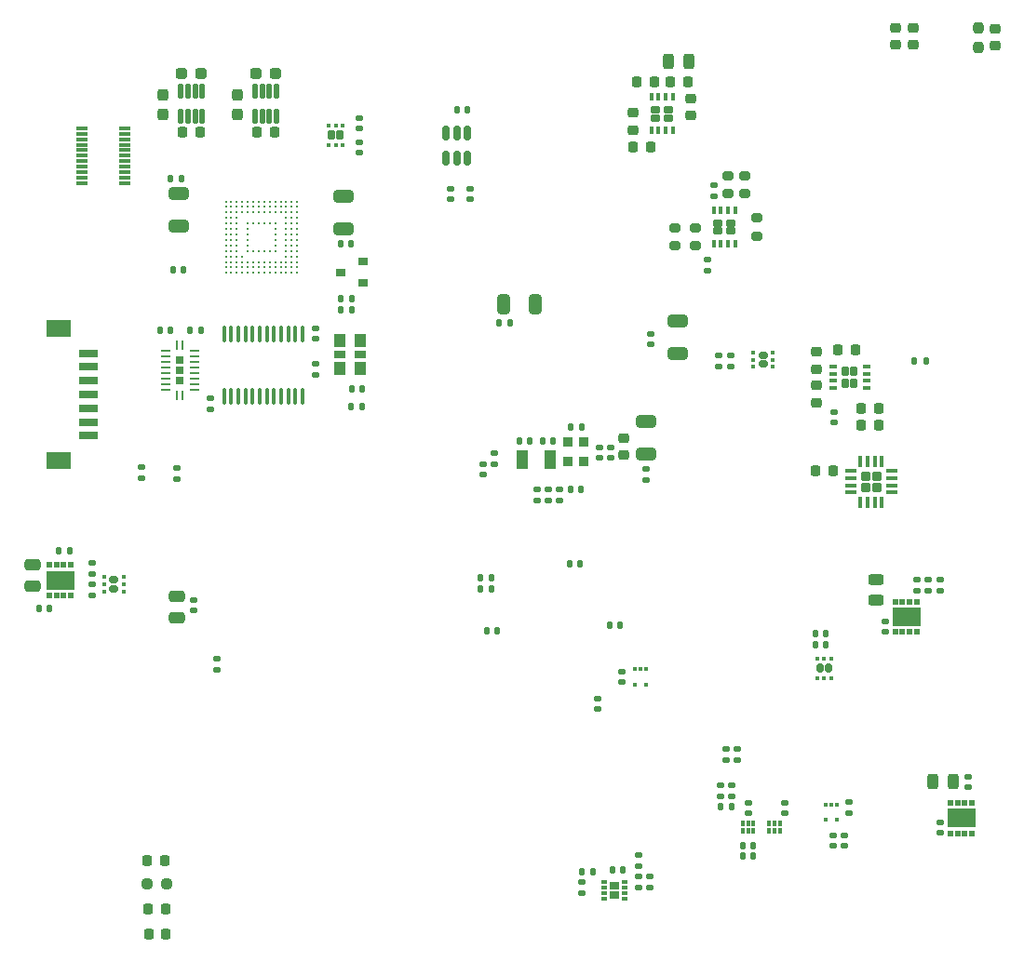
<source format=gbp>
G04 #@! TF.GenerationSoftware,KiCad,Pcbnew,7.0.0-da2b9df05c~171~ubuntu22.04.1*
G04 #@! TF.CreationDate,2023-04-06T22:28:54+03:00*
G04 #@! TF.ProjectId,satnogs-comms,7361746e-6f67-4732-9d63-6f6d6d732e6b,rev?*
G04 #@! TF.SameCoordinates,Original*
G04 #@! TF.FileFunction,Paste,Bot*
G04 #@! TF.FilePolarity,Positive*
%FSLAX46Y46*%
G04 Gerber Fmt 4.6, Leading zero omitted, Abs format (unit mm)*
G04 Created by KiCad (PCBNEW 7.0.0-da2b9df05c~171~ubuntu22.04.1) date 2023-04-06 22:28:54*
%MOMM*%
%LPD*%
G01*
G04 APERTURE LIST*
G04 Aperture macros list*
%AMRoundRect*
0 Rectangle with rounded corners*
0 $1 Rounding radius*
0 $2 $3 $4 $5 $6 $7 $8 $9 X,Y pos of 4 corners*
0 Add a 4 corners polygon primitive as box body*
4,1,4,$2,$3,$4,$5,$6,$7,$8,$9,$2,$3,0*
0 Add four circle primitives for the rounded corners*
1,1,$1+$1,$2,$3*
1,1,$1+$1,$4,$5*
1,1,$1+$1,$6,$7*
1,1,$1+$1,$8,$9*
0 Add four rect primitives between the rounded corners*
20,1,$1+$1,$2,$3,$4,$5,0*
20,1,$1+$1,$4,$5,$6,$7,0*
20,1,$1+$1,$6,$7,$8,$9,0*
20,1,$1+$1,$8,$9,$2,$3,0*%
%AMOutline4P*
0 Free polygon, 4 corners , with rotation*
0 The origin of the aperture is its center*
0 number of corners: always 4*
0 $1 to $8 corner X, Y*
0 $9 Rotation angle, in degrees counterclockwise*
0 create outline with 4 corners*
4,1,4,$1,$2,$3,$4,$5,$6,$7,$8,$1,$2,$9*%
G04 Aperture macros list end*
%ADD10RoundRect,0.147500X0.172500X-0.147500X0.172500X0.147500X-0.172500X0.147500X-0.172500X-0.147500X0*%
%ADD11RoundRect,0.147500X-0.147500X-0.172500X0.147500X-0.172500X0.147500X0.172500X-0.147500X0.172500X0*%
%ADD12RoundRect,0.212500X-0.212500X-0.212500X0.212500X-0.212500X0.212500X0.212500X-0.212500X0.212500X0*%
%ADD13RoundRect,0.087500X-0.425000X-0.087500X0.425000X-0.087500X0.425000X0.087500X-0.425000X0.087500X0*%
%ADD14RoundRect,0.087500X-0.087500X-0.425000X0.087500X-0.425000X0.087500X0.425000X-0.087500X0.425000X0*%
%ADD15RoundRect,0.218750X-0.218750X-0.256250X0.218750X-0.256250X0.218750X0.256250X-0.218750X0.256250X0*%
%ADD16RoundRect,0.237500X0.287500X0.237500X-0.287500X0.237500X-0.287500X-0.237500X0.287500X-0.237500X0*%
%ADD17RoundRect,0.237500X0.237500X-0.287500X0.237500X0.287500X-0.237500X0.287500X-0.237500X-0.287500X0*%
%ADD18C,0.240000*%
%ADD19RoundRect,0.218750X0.256250X-0.218750X0.256250X0.218750X-0.256250X0.218750X-0.256250X-0.218750X0*%
%ADD20RoundRect,0.218750X0.218750X0.256250X-0.218750X0.256250X-0.218750X-0.256250X0.218750X-0.256250X0*%
%ADD21RoundRect,0.150000X-0.315000X0.150000X-0.315000X-0.150000X0.315000X-0.150000X0.315000X0.150000X0*%
%ADD22RoundRect,0.075000X-0.075000X0.275000X-0.075000X-0.275000X0.075000X-0.275000X0.075000X0.275000X0*%
%ADD23RoundRect,0.147500X0.147500X0.172500X-0.147500X0.172500X-0.147500X-0.172500X0.147500X-0.172500X0*%
%ADD24RoundRect,0.250000X-0.650000X0.325000X-0.650000X-0.325000X0.650000X-0.325000X0.650000X0.325000X0*%
%ADD25RoundRect,0.147500X-0.172500X0.147500X-0.172500X-0.147500X0.172500X-0.147500X0.172500X0.147500X0*%
%ADD26RoundRect,0.250000X0.325000X0.650000X-0.325000X0.650000X-0.325000X-0.650000X0.325000X-0.650000X0*%
%ADD27RoundRect,0.218750X-0.256250X0.218750X-0.256250X-0.218750X0.256250X-0.218750X0.256250X0.218750X0*%
%ADD28R,1.000000X1.800000*%
%ADD29RoundRect,0.250000X0.650000X-0.325000X0.650000X0.325000X-0.650000X0.325000X-0.650000X-0.325000X0*%
%ADD30R,0.470000X0.560000*%
%ADD31R,2.520000X1.700000*%
%ADD32RoundRect,0.243750X0.243750X0.456250X-0.243750X0.456250X-0.243750X-0.456250X0.243750X-0.456250X0*%
%ADD33RoundRect,0.140000X0.140000X0.170000X-0.140000X0.170000X-0.140000X-0.170000X0.140000X-0.170000X0*%
%ADD34RoundRect,0.135000X-0.135000X-0.185000X0.135000X-0.185000X0.135000X0.185000X-0.135000X0.185000X0*%
%ADD35RoundRect,0.135000X-0.185000X0.135000X-0.185000X-0.135000X0.185000X-0.135000X0.185000X0.135000X0*%
%ADD36RoundRect,0.160000X0.245000X0.160000X-0.245000X0.160000X-0.245000X-0.160000X0.245000X-0.160000X0*%
%ADD37RoundRect,0.093750X0.093750X0.106250X-0.093750X0.106250X-0.093750X-0.106250X0.093750X-0.106250X0*%
%ADD38RoundRect,0.160000X0.160000X-0.245000X0.160000X0.245000X-0.160000X0.245000X-0.160000X-0.245000X0*%
%ADD39RoundRect,0.093750X0.106250X-0.093750X0.106250X0.093750X-0.106250X0.093750X-0.106250X-0.093750X0*%
%ADD40R,0.300000X0.450000*%
%ADD41RoundRect,0.243750X-0.456250X0.243750X-0.456250X-0.243750X0.456250X-0.243750X0.456250X0.243750X0*%
%ADD42RoundRect,0.135000X0.185000X-0.135000X0.185000X0.135000X-0.185000X0.135000X-0.185000X-0.135000X0*%
%ADD43RoundRect,0.150000X-0.150000X-0.315000X0.150000X-0.315000X0.150000X0.315000X-0.150000X0.315000X0*%
%ADD44RoundRect,0.075000X-0.275000X-0.075000X0.275000X-0.075000X0.275000X0.075000X-0.275000X0.075000X0*%
%ADD45RoundRect,0.140000X0.170000X-0.140000X0.170000X0.140000X-0.170000X0.140000X-0.170000X-0.140000X0*%
%ADD46R,0.300000X0.520000*%
%ADD47R,0.300000X0.490000*%
%ADD48R,0.850000X0.650000*%
%ADD49R,0.500000X0.300000*%
%ADD50RoundRect,0.243750X-0.243750X-0.456250X0.243750X-0.456250X0.243750X0.456250X-0.243750X0.456250X0*%
%ADD51R,1.800000X0.700000*%
%ADD52R,2.200000X1.600000*%
%ADD53R,0.900000X0.800000*%
%ADD54RoundRect,0.135000X0.135000X0.185000X-0.135000X0.185000X-0.135000X-0.185000X0.135000X-0.185000X0*%
%ADD55RoundRect,0.100000X-0.100000X0.637500X-0.100000X-0.637500X0.100000X-0.637500X0.100000X0.637500X0*%
%ADD56RoundRect,0.125000X0.125000X-0.537500X0.125000X0.537500X-0.125000X0.537500X-0.125000X-0.537500X0*%
%ADD57RoundRect,0.250000X-0.475000X0.250000X-0.475000X-0.250000X0.475000X-0.250000X0.475000X0.250000X0*%
%ADD58RoundRect,0.237500X-0.237500X0.250000X-0.237500X-0.250000X0.237500X-0.250000X0.237500X0.250000X0*%
%ADD59RoundRect,0.172500X0.172500X-0.262500X0.172500X0.262500X-0.172500X0.262500X-0.172500X-0.262500X0*%
%ADD60RoundRect,0.237500X-0.250000X-0.237500X0.250000X-0.237500X0.250000X0.237500X-0.250000X0.237500X0*%
%ADD61RoundRect,0.200000X0.275000X-0.200000X0.275000X0.200000X-0.275000X0.200000X-0.275000X-0.200000X0*%
%ADD62RoundRect,0.200000X-0.275000X0.200000X-0.275000X-0.200000X0.275000X-0.200000X0.275000X0.200000X0*%
%ADD63RoundRect,0.225000X-0.225000X-0.250000X0.225000X-0.250000X0.225000X0.250000X-0.225000X0.250000X0*%
%ADD64R,1.000000X0.300000*%
%ADD65RoundRect,0.140000X-0.140000X-0.170000X0.140000X-0.170000X0.140000X0.170000X-0.140000X0.170000X0*%
%ADD66RoundRect,0.225000X-0.250000X0.225000X-0.250000X-0.225000X0.250000X-0.225000X0.250000X0.225000X0*%
%ADD67Outline4P,-0.450000X-0.400000X0.450000X-0.400000X0.450000X0.400000X-0.450000X0.400000X270.000000*%
%ADD68RoundRect,0.140000X-0.170000X0.140000X-0.170000X-0.140000X0.170000X-0.140000X0.170000X0.140000X0*%
%ADD69R,0.800000X0.800000*%
%ADD70R,0.240000X0.900000*%
%ADD71R,0.900000X0.240000*%
%ADD72R,1.000000X1.300000*%
%ADD73R,1.000000X0.700000*%
%ADD74RoundRect,0.150000X-0.150000X0.512500X-0.150000X-0.512500X0.150000X-0.512500X0.150000X0.512500X0*%
G04 APERTURE END LIST*
D10*
X126415800Y-93550600D03*
X126415800Y-92580600D03*
D11*
X133347600Y-95885000D03*
X134317600Y-95885000D03*
D12*
X160154500Y-94655500D03*
X160154500Y-95705500D03*
X161204500Y-94655500D03*
X161204500Y-95705500D03*
D13*
X158817000Y-96155500D03*
X158817000Y-95505500D03*
X158817000Y-94855500D03*
X158817000Y-94205500D03*
D14*
X159704500Y-93318000D03*
X160354500Y-93318000D03*
X161004500Y-93318000D03*
X161654500Y-93318000D03*
D13*
X162542000Y-94205500D03*
X162542000Y-94855500D03*
X162542000Y-95505500D03*
X162542000Y-96155500D03*
D14*
X161654500Y-97043000D03*
X161004500Y-97043000D03*
X160354500Y-97043000D03*
X159704500Y-97043000D03*
D15*
X98064500Y-63387400D03*
X99639500Y-63387400D03*
D16*
X106483500Y-57987400D03*
X104733500Y-57987400D03*
D17*
X103058500Y-61708000D03*
X103058500Y-59958000D03*
D16*
X99727000Y-57987400D03*
X97977000Y-57987400D03*
D17*
X96302000Y-61712400D03*
X96302000Y-59962400D03*
D15*
X104821000Y-63387400D03*
X106396000Y-63387400D03*
D18*
X101988000Y-76163600D03*
X102988000Y-76163600D03*
X103488000Y-76163600D03*
X103988000Y-76163600D03*
X104488000Y-76163600D03*
X104988000Y-76163600D03*
X105488000Y-76163600D03*
X105988000Y-76163600D03*
X106488000Y-76163600D03*
X106988000Y-76163600D03*
X107488000Y-76163600D03*
X107988000Y-76163600D03*
X108488000Y-76163600D03*
X101988000Y-75663600D03*
X102488000Y-75663600D03*
X102488000Y-76163600D03*
X102988000Y-75663600D03*
X103488000Y-75663600D03*
X103988000Y-75663600D03*
X104488000Y-75663600D03*
X104988000Y-75663600D03*
X105488000Y-75663600D03*
X105988000Y-75663600D03*
X106488000Y-75663600D03*
X106988000Y-75663600D03*
X107488000Y-75663600D03*
X107988000Y-75663600D03*
X108488000Y-75663600D03*
X101988000Y-75163600D03*
X102488000Y-75163600D03*
X102988000Y-75163600D03*
X103488000Y-74663600D03*
X103488000Y-75163600D03*
X103988000Y-75163600D03*
X104488000Y-75163600D03*
X104988000Y-75163600D03*
X105488000Y-75163600D03*
X105988000Y-75163600D03*
X106488000Y-75163600D03*
X106988000Y-75163600D03*
X107488000Y-75163600D03*
X107988000Y-75163600D03*
X108488000Y-75163600D03*
X101988000Y-74663600D03*
X102488000Y-74663600D03*
X102988000Y-74663600D03*
X107488000Y-74663600D03*
X107988000Y-74663600D03*
X108488000Y-74663600D03*
X101988000Y-74163600D03*
X102488000Y-74163600D03*
X102988000Y-74163600D03*
X103988000Y-74163600D03*
X104488000Y-74163600D03*
X104988000Y-74163600D03*
X105488000Y-74163600D03*
X105988000Y-74163600D03*
X106488000Y-74163600D03*
X107488000Y-74163600D03*
X107988000Y-74163600D03*
X108488000Y-74163600D03*
X101988000Y-73663600D03*
X102488000Y-73663600D03*
X102988000Y-73663600D03*
X103988000Y-73663600D03*
X106488000Y-73663600D03*
X107488000Y-73663600D03*
X107988000Y-73663600D03*
X108488000Y-73663600D03*
X101988000Y-73163600D03*
X102488000Y-73163600D03*
X102988000Y-73163600D03*
X103988000Y-73163600D03*
X106488000Y-73163600D03*
X107488000Y-73163600D03*
X107988000Y-73163600D03*
X108488000Y-73163600D03*
X101988000Y-72663600D03*
X102488000Y-72663600D03*
X102988000Y-72663600D03*
X103988000Y-72663600D03*
X106488000Y-72663600D03*
X107488000Y-72663600D03*
X107988000Y-72663600D03*
X108488000Y-72663600D03*
X101988000Y-72163600D03*
X102488000Y-72163600D03*
X102988000Y-72163600D03*
X103988000Y-72163600D03*
X106488000Y-72163600D03*
X107488000Y-72163600D03*
X107988000Y-72163600D03*
X108488000Y-72163600D03*
X101988000Y-71663600D03*
X102488000Y-71663600D03*
X102988000Y-71663600D03*
X103988000Y-71663600D03*
X104488000Y-71663600D03*
X104988000Y-71663600D03*
X105488000Y-71663600D03*
X105988000Y-71663600D03*
X106488000Y-71663600D03*
X107488000Y-71663600D03*
X107988000Y-71663600D03*
X108488000Y-71663600D03*
X101988000Y-71163600D03*
X102488000Y-71163600D03*
X102988000Y-71163600D03*
X107488000Y-71163600D03*
X107988000Y-71163600D03*
X108488000Y-71163600D03*
X101988000Y-70663600D03*
X102488000Y-70663600D03*
X102988000Y-70663600D03*
X103488000Y-70663600D03*
X103988000Y-70663600D03*
X104488000Y-70663600D03*
X104988000Y-70663600D03*
X105488000Y-70663600D03*
X105988000Y-70663600D03*
X106488000Y-70663600D03*
X106988000Y-70663600D03*
X107488000Y-70663600D03*
X107988000Y-70663600D03*
X108488000Y-70663600D03*
X101988000Y-70163600D03*
X102488000Y-69663600D03*
X102488000Y-70163600D03*
X102988000Y-70163600D03*
X103488000Y-70163600D03*
X103988000Y-70163600D03*
X104488000Y-70163600D03*
X104988000Y-70163600D03*
X105488000Y-70163600D03*
X105988000Y-70163600D03*
X106488000Y-70163600D03*
X106988000Y-70163600D03*
X107488000Y-70163600D03*
X107988000Y-70163600D03*
X108488000Y-70163600D03*
X101988000Y-69663600D03*
X102988000Y-69663600D03*
X103488000Y-69663600D03*
X103988000Y-69663600D03*
X104488000Y-69663600D03*
X104988000Y-69663600D03*
X105488000Y-69663600D03*
X105988000Y-69663600D03*
X106488000Y-69663600D03*
X106988000Y-69663600D03*
X107488000Y-69663600D03*
X107988000Y-69663600D03*
X108488000Y-69663600D03*
D15*
X139360200Y-58745100D03*
X140935200Y-58745100D03*
D19*
X139039600Y-63144500D03*
X139039600Y-61569500D03*
D20*
X140614500Y-64668400D03*
X139039500Y-64668400D03*
X143983200Y-58745100D03*
X142408200Y-58745100D03*
D21*
X142238700Y-61290100D03*
X141088700Y-61290100D03*
X142238700Y-62040100D03*
X141088700Y-62040100D03*
D22*
X140688700Y-60165100D03*
X141338700Y-60165100D03*
X141988700Y-60165100D03*
X142638700Y-60165100D03*
X142638700Y-63165100D03*
X141988700Y-63165100D03*
X141338700Y-63165100D03*
X140688700Y-63165100D03*
D19*
X144272000Y-61849100D03*
X144272000Y-60274100D03*
D23*
X98168600Y-75858800D03*
X97198600Y-75858800D03*
D11*
X112438600Y-73522000D03*
X113408600Y-73522000D03*
D24*
X97683600Y-68948200D03*
X97683600Y-71898200D03*
D25*
X140639800Y-81684000D03*
X140639800Y-82654000D03*
D11*
X96970000Y-67553000D03*
X97940000Y-67553000D03*
D24*
X112695000Y-69200400D03*
X112695000Y-72150400D03*
D25*
X140208000Y-94003000D03*
X140208000Y-94973000D03*
D10*
X125425200Y-94513400D03*
X125425200Y-93543400D03*
D11*
X126847600Y-80721200D03*
X127817600Y-80721200D03*
D24*
X143078200Y-80567000D03*
X143078200Y-83517000D03*
D26*
X130176800Y-78994000D03*
X127226800Y-78994000D03*
D27*
X138209400Y-91177900D03*
X138209400Y-92752900D03*
D25*
X110185200Y-81176000D03*
X110185200Y-82146000D03*
D28*
X128975799Y-93157999D03*
X131475799Y-93157999D03*
D11*
X133373000Y-90170000D03*
X134343000Y-90170000D03*
D23*
X131777600Y-91458000D03*
X130807600Y-91458000D03*
D10*
X136956800Y-92991800D03*
X136956800Y-92021800D03*
D25*
X135940800Y-92021800D03*
X135940800Y-92991800D03*
D29*
X140208000Y-92610200D03*
X140208000Y-89660200D03*
D25*
X130276600Y-95882600D03*
X130276600Y-96852600D03*
D23*
X129644000Y-91458000D03*
X128674000Y-91458000D03*
D25*
X132308600Y-95882600D03*
X132308600Y-96852600D03*
X131292600Y-95882600D03*
X131292600Y-96852600D03*
D15*
X155625700Y-94208600D03*
X157200700Y-94208600D03*
D30*
X85949599Y-102759999D03*
X86599599Y-102759999D03*
X87249599Y-102759999D03*
X87899599Y-102759999D03*
X87899599Y-105499999D03*
X87249599Y-105499999D03*
X86599599Y-105499999D03*
X85949599Y-105499999D03*
D31*
X86949999Y-104129999D03*
D23*
X85950000Y-106700000D03*
X84980000Y-106700000D03*
D11*
X86807320Y-101488240D03*
X87777320Y-101488240D03*
D32*
X144150600Y-56889900D03*
X142275600Y-56889900D03*
D33*
X138109900Y-130530600D03*
X137149900Y-130530600D03*
D34*
X134402100Y-130619500D03*
X135422100Y-130619500D03*
D35*
X134404100Y-131582700D03*
X134404100Y-132602700D03*
D10*
X157251400Y-128320800D03*
X157251400Y-127350800D03*
X158242000Y-128320800D03*
X158242000Y-127350800D03*
D25*
X89865200Y-102575500D03*
X89865200Y-103545500D03*
D10*
X89865200Y-105475900D03*
X89865200Y-104505900D03*
D36*
X91787800Y-104897400D03*
X91787800Y-104097400D03*
D37*
X92675300Y-103847400D03*
X92675300Y-104497400D03*
X92675300Y-105147400D03*
X90900300Y-105147400D03*
X90900300Y-104497400D03*
X90900300Y-103847400D03*
D10*
X147002500Y-123776600D03*
X147002500Y-122806600D03*
X148513800Y-120474600D03*
X148513800Y-119504600D03*
D11*
X147025500Y-124764800D03*
X147995500Y-124764800D03*
D25*
X148018500Y-122806600D03*
X148018500Y-123776600D03*
D10*
X147497800Y-120474600D03*
X147497800Y-119504600D03*
D38*
X156008700Y-112152700D03*
X156808700Y-112152700D03*
D39*
X157058700Y-113040200D03*
X156408700Y-113040200D03*
X155758700Y-113040200D03*
X155758700Y-111265200D03*
X156408700Y-111265200D03*
X157058700Y-111265200D03*
D11*
X155598000Y-109982000D03*
X156568000Y-109982000D03*
X155598000Y-108991400D03*
X156568000Y-108991400D03*
D30*
X167887199Y-124412399D03*
X168537199Y-124412399D03*
X169187199Y-124412399D03*
X169837199Y-124412399D03*
X169837199Y-127152399D03*
X169187199Y-127152399D03*
X168537199Y-127152399D03*
X167887199Y-127152399D03*
D31*
X168887599Y-125782399D03*
D10*
X166941500Y-127135680D03*
X166941500Y-126165680D03*
X169494200Y-122980380D03*
X169494200Y-122010380D03*
D40*
X139225399Y-112228399D03*
X139725399Y-112228399D03*
X140225399Y-112228399D03*
X140225399Y-113628399D03*
X139225399Y-113628399D03*
D23*
X137873600Y-108204000D03*
X136903600Y-108204000D03*
X134216000Y-102616000D03*
X133246000Y-102616000D03*
D11*
X125168800Y-103911400D03*
X126138800Y-103911400D03*
X125168800Y-104902000D03*
X126138800Y-104902000D03*
X125725200Y-108712000D03*
X126695200Y-108712000D03*
D23*
X149964000Y-128270000D03*
X148994000Y-128270000D03*
D11*
X148994000Y-129260600D03*
X149964000Y-129260600D03*
D10*
X162001200Y-108826300D03*
X162001200Y-107856300D03*
X164846000Y-105082200D03*
X164846000Y-104112200D03*
D41*
X161163000Y-104091500D03*
X161163000Y-105966500D03*
D30*
X162880599Y-106079899D03*
X163530599Y-106079899D03*
X164180599Y-106079899D03*
X164830599Y-106079899D03*
X164830599Y-108819899D03*
X164180599Y-108819899D03*
X163530599Y-108819899D03*
X162880599Y-108819899D03*
D31*
X163880999Y-107449899D03*
D10*
X165900100Y-105082200D03*
X165900100Y-104112200D03*
X166966900Y-105082200D03*
X166966900Y-104112200D03*
X135770000Y-115845000D03*
X135770000Y-114875000D03*
D25*
X138049000Y-112415600D03*
X138049000Y-113385600D03*
D35*
X139573000Y-131087400D03*
X139573000Y-132107400D03*
X139573000Y-129157000D03*
X139573000Y-130177000D03*
D42*
X140563600Y-132107400D03*
X140563600Y-131087400D03*
D36*
X150850000Y-84460000D03*
X150850000Y-83660000D03*
D37*
X151737500Y-83410000D03*
X151737500Y-84060000D03*
X151737500Y-84710000D03*
X149962500Y-84710000D03*
X149962500Y-84060000D03*
X149962500Y-83410000D03*
D10*
X147900000Y-84645000D03*
X147900000Y-83675000D03*
X146850000Y-84645000D03*
X146850000Y-83675000D03*
D19*
X155702000Y-87973000D03*
X155702000Y-86398000D03*
D20*
X161379000Y-88519000D03*
X159804000Y-88519000D03*
D15*
X159804000Y-90043000D03*
X161379000Y-90043000D03*
D27*
X155702000Y-83350000D03*
X155702000Y-84925000D03*
D43*
X158375000Y-85086500D03*
X158375000Y-86236500D03*
X159125000Y-85086500D03*
X159125000Y-86236500D03*
D44*
X157250000Y-86636500D03*
X157250000Y-85986500D03*
X157250000Y-85336500D03*
X157250000Y-84686500D03*
X160250000Y-84686500D03*
X160250000Y-85336500D03*
X160250000Y-85986500D03*
X160250000Y-86636500D03*
D20*
X159227500Y-83143500D03*
X157652500Y-83143500D03*
D25*
X157302200Y-88796000D03*
X157302200Y-89766000D03*
D45*
X149491700Y-125321000D03*
X149491700Y-124361000D03*
X158683200Y-125298200D03*
X158683200Y-124338200D03*
D46*
X152404699Y-126973799D03*
X151904699Y-126973799D03*
X151404699Y-126973799D03*
D47*
X151404699Y-126223799D03*
X151904699Y-126223799D03*
X152404699Y-126223799D03*
D48*
X137325099Y-132796899D03*
X137325099Y-131921899D03*
D49*
X138225099Y-131609399D03*
X138225099Y-132109399D03*
X138225099Y-132609399D03*
X138225099Y-133109399D03*
X136425099Y-133109399D03*
X136425099Y-132609399D03*
X136425099Y-132109399D03*
X136425099Y-131609399D03*
D40*
X156540199Y-124533199D03*
X157040199Y-124533199D03*
X157540199Y-124533199D03*
X157540199Y-125933199D03*
X156540199Y-125933199D03*
D46*
X149991699Y-126973799D03*
X149491699Y-126973799D03*
X148991699Y-126973799D03*
D47*
X148991699Y-126223799D03*
X149491699Y-126223799D03*
X149991699Y-126223799D03*
D45*
X152806400Y-125321000D03*
X152806400Y-124361000D03*
D50*
X166296100Y-122469980D03*
X168171100Y-122469980D03*
D45*
X110185200Y-85417600D03*
X110185200Y-84457600D03*
D51*
X89458799Y-90973599D03*
X89458799Y-89723599D03*
X89458799Y-88473599D03*
X89458799Y-87223599D03*
X89458799Y-85973599D03*
X89458799Y-84723599D03*
X89458799Y-83473599D03*
D52*
X86758799Y-93223599D03*
X86758799Y-81223599D03*
D53*
X114440999Y-75147599D03*
X114440999Y-77047599D03*
X112440999Y-76097599D03*
D34*
X112441000Y-79491000D03*
X113461000Y-79491000D03*
D54*
X113461000Y-78475000D03*
X112441000Y-78475000D03*
D55*
X101830200Y-81683100D03*
X102480200Y-81683100D03*
X103130200Y-81683100D03*
X103780200Y-81683100D03*
X104430200Y-81683100D03*
X105080200Y-81683100D03*
X105730200Y-81683100D03*
X106380200Y-81683100D03*
X107030200Y-81683100D03*
X107680200Y-81683100D03*
X108330200Y-81683100D03*
X108980200Y-81683100D03*
X108980200Y-87408100D03*
X108330200Y-87408100D03*
X107680200Y-87408100D03*
X107030200Y-87408100D03*
X106380200Y-87408100D03*
X105730200Y-87408100D03*
X105080200Y-87408100D03*
X104430200Y-87408100D03*
X103780200Y-87408100D03*
X103130200Y-87408100D03*
X102480200Y-87408100D03*
X101830200Y-87408100D03*
D42*
X100579200Y-88560800D03*
X100579200Y-87540800D03*
D56*
X106600000Y-61897500D03*
X105950000Y-61897500D03*
X105300000Y-61897500D03*
X104650000Y-61897500D03*
X104650000Y-59622500D03*
X105300000Y-59622500D03*
X105950000Y-59622500D03*
X106600000Y-59622500D03*
X99850000Y-61872500D03*
X99200000Y-61872500D03*
X98550000Y-61872500D03*
X97900000Y-61872500D03*
X97900000Y-59597500D03*
X98550000Y-59597500D03*
X99200000Y-59597500D03*
X99850000Y-59597500D03*
D45*
X114117400Y-65213600D03*
X114117400Y-64253600D03*
D57*
X97561400Y-105603000D03*
X97561400Y-107503000D03*
D58*
X170475000Y-53847500D03*
X170475000Y-55672500D03*
D59*
X111583800Y-63641400D03*
X112383800Y-63641400D03*
D39*
X112633800Y-64528900D03*
X111983800Y-64528900D03*
X111333800Y-64528900D03*
X111333800Y-62753900D03*
X111983800Y-62753900D03*
X112633800Y-62753900D03*
D60*
X94812500Y-131785000D03*
X96637500Y-131785000D03*
D54*
X114429000Y-88290400D03*
X113409000Y-88290400D03*
D61*
X144729200Y-73697600D03*
X144729200Y-72047600D03*
D57*
X84400000Y-102750000D03*
X84400000Y-104650000D03*
D34*
X164640000Y-84160000D03*
X165660000Y-84160000D03*
D62*
X147675600Y-67311000D03*
X147675600Y-68961000D03*
D45*
X114117400Y-63029200D03*
X114117400Y-62069200D03*
D42*
X97550000Y-94920000D03*
X97550000Y-93900000D03*
D63*
X94950000Y-134035000D03*
X96500000Y-134035000D03*
D21*
X147907600Y-71608600D03*
X146757600Y-71608600D03*
X147907600Y-72358600D03*
X146757600Y-72358600D03*
D22*
X146357600Y-70483600D03*
X147007600Y-70483600D03*
X147657600Y-70483600D03*
X148307600Y-70483600D03*
X148307600Y-73483600D03*
X147657600Y-73483600D03*
X147007600Y-73483600D03*
X146357600Y-73483600D03*
D64*
X88900999Y-62995599D03*
X92800999Y-62995599D03*
X88900999Y-63495599D03*
X92800999Y-63495599D03*
X88900999Y-63995599D03*
X92800999Y-63995599D03*
X88900999Y-64495599D03*
X92800999Y-64495599D03*
X88900999Y-64995599D03*
X92800999Y-64995599D03*
X88900999Y-65495599D03*
X92800999Y-65495599D03*
X88900999Y-65995599D03*
X92800999Y-65995599D03*
X88900999Y-66495599D03*
X92800999Y-66495599D03*
X88900999Y-66995599D03*
X92800999Y-66995599D03*
X88900999Y-67495599D03*
X92800999Y-67495599D03*
X88900999Y-67995599D03*
X92800999Y-67995599D03*
D61*
X150250000Y-72808600D03*
X150250000Y-71158600D03*
D35*
X101225000Y-111250000D03*
X101225000Y-112270000D03*
D62*
X142849600Y-72047600D03*
X142849600Y-73697600D03*
X149174200Y-67311000D03*
X149174200Y-68961000D03*
D65*
X113467000Y-86690200D03*
X114427000Y-86690200D03*
D66*
X162925000Y-53860000D03*
X162925000Y-55410000D03*
D67*
X134583000Y-91505600D03*
X134583000Y-93355600D03*
X133133000Y-93355600D03*
X133133000Y-91505600D03*
D65*
X122989400Y-61315600D03*
X123949400Y-61315600D03*
X95984400Y-81396000D03*
X96944400Y-81396000D03*
D42*
X146380200Y-69217000D03*
X146380200Y-68197000D03*
D63*
X94875000Y-129635000D03*
X96425000Y-129635000D03*
D35*
X145775000Y-74950000D03*
X145775000Y-75970000D03*
D68*
X99060000Y-105920600D03*
X99060000Y-106880600D03*
D69*
X97810599Y-85978199D03*
X97810599Y-85028199D03*
X97810599Y-84078199D03*
D70*
X98060599Y-82728199D03*
D71*
X99110599Y-83278199D03*
X99110599Y-83778199D03*
X99110599Y-84278199D03*
X99110599Y-84778199D03*
X99110599Y-85278199D03*
X99110599Y-85778199D03*
X99110599Y-86278199D03*
X99110599Y-86778199D03*
D70*
X98060599Y-87328199D03*
X97560599Y-87328199D03*
D71*
X96510599Y-86778199D03*
X96510599Y-86278199D03*
X96510599Y-85778199D03*
X96510599Y-85278199D03*
X96510599Y-84778199D03*
X96510599Y-84278199D03*
X96510599Y-83778199D03*
X96510599Y-83278199D03*
D70*
X97560599Y-82728199D03*
D65*
X98753000Y-81396000D03*
X99713000Y-81396000D03*
D45*
X122428000Y-69441000D03*
X122428000Y-68481000D03*
D66*
X171950000Y-53960000D03*
X171950000Y-55510000D03*
D72*
X112324999Y-84884999D03*
D73*
X112324999Y-83584999D03*
D72*
X112324999Y-82284999D03*
X114224999Y-82284999D03*
D73*
X114224999Y-83584999D03*
D72*
X114224999Y-84884999D03*
D63*
X94975000Y-136310000D03*
X96525000Y-136310000D03*
D42*
X94300000Y-94870000D03*
X94300000Y-93850000D03*
D74*
X122036800Y-63429300D03*
X122986800Y-63429300D03*
X123936800Y-63429300D03*
X123936800Y-65704300D03*
X122986800Y-65704300D03*
X122036800Y-65704300D03*
D45*
X124180600Y-69441000D03*
X124180600Y-68481000D03*
D66*
X164550000Y-53860000D03*
X164550000Y-55410000D03*
M02*

</source>
